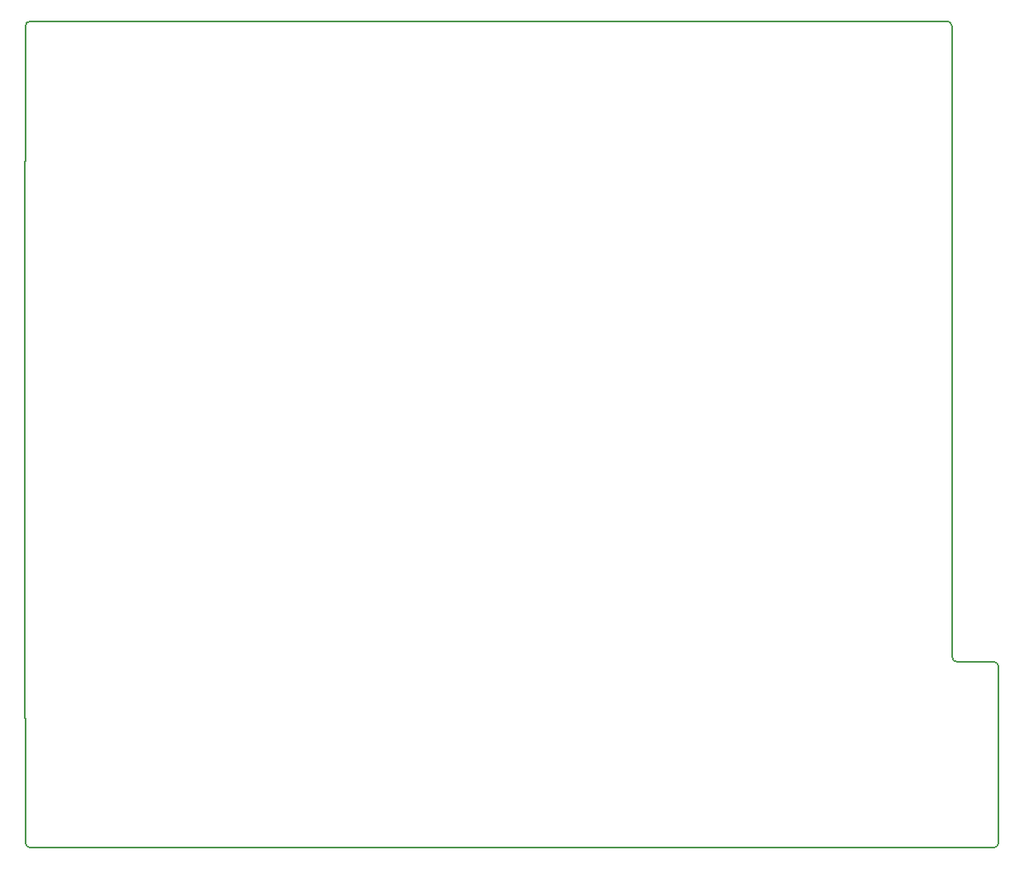
<source format=gbr>
%TF.GenerationSoftware,KiCad,Pcbnew,7.0.0*%
%TF.CreationDate,2023-04-08T11:50:53+01:00*%
%TF.ProjectId,chips-34,63686970-732d-4333-942e-6b696361645f,v1.0.0*%
%TF.SameCoordinates,Original*%
%TF.FileFunction,Profile,NP*%
%FSLAX46Y46*%
G04 Gerber Fmt 4.6, Leading zero omitted, Abs format (unit mm)*
G04 Created by KiCad (PCBNEW 7.0.0) date 2023-04-08 11:50:53*
%MOMM*%
%LPD*%
G01*
G04 APERTURE LIST*
%TA.AperFunction,Profile*%
%ADD10C,0.150000*%
%TD*%
G04 APERTURE END LIST*
D10*
X-9525000Y-9525000D02*
X-9500000Y-9525000D01*
X-9525000Y-9525000D02*
X-9525000Y47625000D01*
X-9500000Y47625000D02*
X-9525000Y47625000D01*
X-9000000Y61912500D02*
X85000000Y61912500D01*
X85525000Y-3310000D02*
X85525000Y53340000D01*
X85525000Y53340000D02*
X85500000Y53340000D01*
X-9000000Y-22860000D02*
X89787500Y-22860000D01*
X90287500Y-22360000D02*
X90287500Y-4310000D01*
X86025000Y-3810000D02*
X89787500Y-3810000D01*
X-9500000Y-9525000D02*
X-9500000Y-22360000D01*
X85500000Y53340000D02*
X85500000Y61412500D01*
X-9500000Y61412500D02*
X-9500000Y47625000D01*
X-9500000Y-22360000D02*
G75*
G03*
X-9000000Y-22860000I500000J0D01*
G01*
X89787500Y-22860000D02*
G75*
G03*
X90287500Y-22360000I0J500000D01*
G01*
X90287500Y-4310000D02*
G75*
G03*
X89787500Y-3810000I-500000J0D01*
G01*
X85525000Y-3310000D02*
G75*
G03*
X86025000Y-3810000I500000J0D01*
G01*
X85500000Y61412500D02*
G75*
G03*
X85000000Y61912500I-500000J0D01*
G01*
X-9000000Y61912500D02*
G75*
G03*
X-9500000Y61412500I0J-500000D01*
G01*
M02*

</source>
